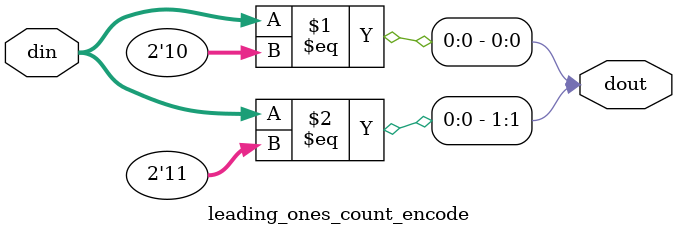
<source format=v>
`timescale 1ps/1ps
module leading_ones_count
(
	input [13:0] keep_in,
	input [3:0] mty_out
);
	wire [15:0] keep_in_int;
	wire [15:0] int1;
	wire [11:0] int2;
	wire [7:0] int3;
	wire [4:0] int4;

	assign keep_in_int = {keep_in,2'b0};

	genvar i;

	for (i = 0; i < 8; i = i + 1) begin
		leading_ones_count_encode encode_inst (
			.din(keep_in_int[i*2+1:i*2]),
			.dout(int1[i*2+1:i*2])
		);
	end

	for (i = 0; i < 4; i = i + 1) begin
		leading_ones_countN # (
			.N(2)
		) count2_inst (
			.keep_in(int1[i*4+3:i*4]),
			.mty_out(int2[i*3+2:i*3])
		);
	end

	for (i = 0; i < 2; i = i + 1) begin
		leading_ones_countN # (
			.N(3)
		) count3_inst (
			.keep_in(int2[i*6+5:i*6]),
			.mty_out(int3[i*4+3:i*4])
		);
	end

	leading_ones_countN # (
		.N(4)
	) count4_inst (
		.keep_in(int3),
		.mty_out(int4)
	);
	assign mty_out = int4[3:0];

endmodule

module leading_ones_countN #
(
	parameter N = 2
)
(
	input [2*N-1:0] keep_in,
	output [N:0] mty_out	
);
	assign mty_out[N] = keep_in[2*N-1] ? (keep_in[2*N-1] & keep_in[N-1]) : 1'b0;
	assign mty_out[N-1] = keep_in[2*N-1] ? ~keep_in[N-1] : keep_in[2*N-1];
	assign mty_out[N-2:0] = keep_in[2*N-1] ? keep_in[N-2:0] : keep_in[2*N-2:N];

endmodule

module leading_ones_count_encode
(
	input wire [1:0] din,
	output wire [1:0] dout
);

	assign dout[0] = din == 2'b10;
	assign dout[1] = din == 2'b11;

endmodule

</source>
